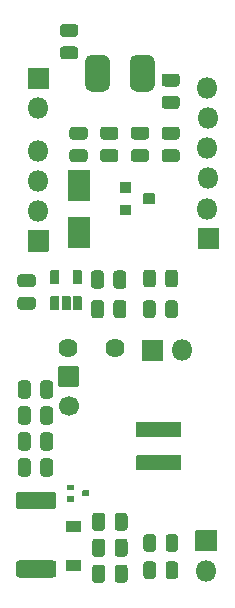
<source format=gbr>
%TF.GenerationSoftware,KiCad,Pcbnew,(5.1.10)-1*%
%TF.CreationDate,2021-06-07T16:12:13-04:00*%
%TF.ProjectId,Thermometre_IR,54686572-6d6f-46d6-9574-72655f49522e,rev?*%
%TF.SameCoordinates,Original*%
%TF.FileFunction,Soldermask,Bot*%
%TF.FilePolarity,Negative*%
%FSLAX46Y46*%
G04 Gerber Fmt 4.6, Leading zero omitted, Abs format (unit mm)*
G04 Created by KiCad (PCBNEW (5.1.10)-1) date 2021-06-07 16:12:13*
%MOMM*%
%LPD*%
G01*
G04 APERTURE LIST*
%ADD10C,1.624000*%
%ADD11C,1.700000*%
%ADD12O,1.800000X1.800000*%
G04 APERTURE END LIST*
D10*
%TO.C,J5*%
X169082720Y-91292680D03*
X173082720Y-91292680D03*
%TD*%
%TO.C,L1*%
G36*
G01*
X178650000Y-98850000D02*
X174950000Y-98850000D01*
G75*
G02*
X174900000Y-98800000I0J50000D01*
G01*
X174900000Y-97600000D01*
G75*
G02*
X174950000Y-97550000I50000J0D01*
G01*
X178650000Y-97550000D01*
G75*
G02*
X178700000Y-97600000I0J-50000D01*
G01*
X178700000Y-98800000D01*
G75*
G02*
X178650000Y-98850000I-50000J0D01*
G01*
G37*
G36*
G01*
X178650000Y-101650000D02*
X174950000Y-101650000D01*
G75*
G02*
X174900000Y-101600000I0J50000D01*
G01*
X174900000Y-100400000D01*
G75*
G02*
X174950000Y-100350000I50000J0D01*
G01*
X178650000Y-100350000D01*
G75*
G02*
X178700000Y-100400000I0J-50000D01*
G01*
X178700000Y-101600000D01*
G75*
G02*
X178650000Y-101650000I-50000J0D01*
G01*
G37*
%TD*%
%TO.C,D6*%
G36*
G01*
X170927600Y-78834000D02*
X169127600Y-78834000D01*
G75*
G02*
X169077600Y-78784000I0J50000D01*
G01*
X169077600Y-76284000D01*
G75*
G02*
X169127600Y-76234000I50000J0D01*
G01*
X170927600Y-76234000D01*
G75*
G02*
X170977600Y-76284000I0J-50000D01*
G01*
X170977600Y-78784000D01*
G75*
G02*
X170927600Y-78834000I-50000J0D01*
G01*
G37*
G36*
G01*
X170927600Y-82834000D02*
X169127600Y-82834000D01*
G75*
G02*
X169077600Y-82784000I0J50000D01*
G01*
X169077600Y-80284000D01*
G75*
G02*
X169127600Y-80234000I50000J0D01*
G01*
X170927600Y-80234000D01*
G75*
G02*
X170977600Y-80284000I0J-50000D01*
G01*
X170977600Y-82784000D01*
G75*
G02*
X170927600Y-82834000I-50000J0D01*
G01*
G37*
%TD*%
D11*
%TO.C,C10*%
X169150000Y-96200000D03*
G36*
G01*
X168350000Y-92850000D02*
X169950000Y-92850000D01*
G75*
G02*
X170000000Y-92900000I0J-50000D01*
G01*
X170000000Y-94500000D01*
G75*
G02*
X169950000Y-94550000I-50000J0D01*
G01*
X168350000Y-94550000D01*
G75*
G02*
X168300000Y-94500000I0J50000D01*
G01*
X168300000Y-92900000D01*
G75*
G02*
X168350000Y-92850000I50000J0D01*
G01*
G37*
%TD*%
%TO.C,J1*%
G36*
G01*
X174350000Y-69053000D02*
X174350000Y-67003000D01*
G75*
G02*
X174875000Y-66478000I525000J0D01*
G01*
X175925000Y-66478000D01*
G75*
G02*
X176450000Y-67003000I0J-525000D01*
G01*
X176450000Y-69053000D01*
G75*
G02*
X175925000Y-69578000I-525000J0D01*
G01*
X174875000Y-69578000D01*
G75*
G02*
X174350000Y-69053000I0J525000D01*
G01*
G37*
G36*
G01*
X170550000Y-69053000D02*
X170550000Y-67003000D01*
G75*
G02*
X171075000Y-66478000I525000J0D01*
G01*
X172125000Y-66478000D01*
G75*
G02*
X172650000Y-67003000I0J-525000D01*
G01*
X172650000Y-69053000D01*
G75*
G02*
X172125000Y-69578000I-525000J0D01*
G01*
X171075000Y-69578000D01*
G75*
G02*
X170550000Y-69053000I0J525000D01*
G01*
G37*
%TD*%
%TO.C,R15*%
G36*
G01*
X168700000Y-65750000D02*
X169700000Y-65750000D01*
G75*
G02*
X169975000Y-66025000I0J-275000D01*
G01*
X169975000Y-66575000D01*
G75*
G02*
X169700000Y-66850000I-275000J0D01*
G01*
X168700000Y-66850000D01*
G75*
G02*
X168425000Y-66575000I0J275000D01*
G01*
X168425000Y-66025000D01*
G75*
G02*
X168700000Y-65750000I275000J0D01*
G01*
G37*
G36*
G01*
X168700000Y-63850000D02*
X169700000Y-63850000D01*
G75*
G02*
X169975000Y-64125000I0J-275000D01*
G01*
X169975000Y-64675000D01*
G75*
G02*
X169700000Y-64950000I-275000J0D01*
G01*
X168700000Y-64950000D01*
G75*
G02*
X168425000Y-64675000I0J275000D01*
G01*
X168425000Y-64125000D01*
G75*
G02*
X168700000Y-63850000I275000J0D01*
G01*
G37*
%TD*%
%TO.C,F1*%
G36*
G01*
X167856483Y-104925000D02*
X164943517Y-104925000D01*
G75*
G02*
X164675000Y-104656483I0J268517D01*
G01*
X164675000Y-103743517D01*
G75*
G02*
X164943517Y-103475000I268517J0D01*
G01*
X167856483Y-103475000D01*
G75*
G02*
X168125000Y-103743517I0J-268517D01*
G01*
X168125000Y-104656483D01*
G75*
G02*
X167856483Y-104925000I-268517J0D01*
G01*
G37*
G36*
G01*
X167856483Y-110725000D02*
X164943517Y-110725000D01*
G75*
G02*
X164675000Y-110456483I0J268517D01*
G01*
X164675000Y-109543517D01*
G75*
G02*
X164943517Y-109275000I268517J0D01*
G01*
X167856483Y-109275000D01*
G75*
G02*
X168125000Y-109543517I0J-268517D01*
G01*
X168125000Y-110456483D01*
G75*
G02*
X167856483Y-110725000I-268517J0D01*
G01*
G37*
%TD*%
D12*
%TO.C,J4*%
X180900000Y-69300000D03*
X181000000Y-71840000D03*
X180900000Y-74380000D03*
X181000000Y-76920000D03*
X180900000Y-79500000D03*
G36*
G01*
X181900000Y-81150000D02*
X181900000Y-82850000D01*
G75*
G02*
X181850000Y-82900000I-50000J0D01*
G01*
X180150000Y-82900000D01*
G75*
G02*
X180100000Y-82850000I0J50000D01*
G01*
X180100000Y-81150000D01*
G75*
G02*
X180150000Y-81100000I50000J0D01*
G01*
X181850000Y-81100000D01*
G75*
G02*
X181900000Y-81150000I0J-50000D01*
G01*
G37*
%TD*%
%TO.C,D4*%
G36*
G01*
X169000000Y-109200000D02*
X170200000Y-109200000D01*
G75*
G02*
X170250000Y-109250000I0J-50000D01*
G01*
X170250000Y-110150000D01*
G75*
G02*
X170200000Y-110200000I-50000J0D01*
G01*
X169000000Y-110200000D01*
G75*
G02*
X168950000Y-110150000I0J50000D01*
G01*
X168950000Y-109250000D01*
G75*
G02*
X169000000Y-109200000I50000J0D01*
G01*
G37*
G36*
G01*
X169000000Y-105900000D02*
X170200000Y-105900000D01*
G75*
G02*
X170250000Y-105950000I0J-50000D01*
G01*
X170250000Y-106850000D01*
G75*
G02*
X170200000Y-106900000I-50000J0D01*
G01*
X169000000Y-106900000D01*
G75*
G02*
X168950000Y-106850000I0J50000D01*
G01*
X168950000Y-105950000D01*
G75*
G02*
X169000000Y-105900000I50000J0D01*
G01*
G37*
%TD*%
%TO.C,J7*%
X166600000Y-71000000D03*
G36*
G01*
X165700000Y-69310000D02*
X165700000Y-67610000D01*
G75*
G02*
X165750000Y-67560000I50000J0D01*
G01*
X167450000Y-67560000D01*
G75*
G02*
X167500000Y-67610000I0J-50000D01*
G01*
X167500000Y-69310000D01*
G75*
G02*
X167450000Y-69360000I-50000J0D01*
G01*
X165750000Y-69360000D01*
G75*
G02*
X165700000Y-69310000I0J50000D01*
G01*
G37*
%TD*%
%TO.C,U3*%
G36*
G01*
X170225000Y-85880000D02*
X169575000Y-85880000D01*
G75*
G02*
X169525000Y-85830000I0J50000D01*
G01*
X169525000Y-84770000D01*
G75*
G02*
X169575000Y-84720000I50000J0D01*
G01*
X170225000Y-84720000D01*
G75*
G02*
X170275000Y-84770000I0J-50000D01*
G01*
X170275000Y-85830000D01*
G75*
G02*
X170225000Y-85880000I-50000J0D01*
G01*
G37*
G36*
G01*
X168325000Y-85880000D02*
X167675000Y-85880000D01*
G75*
G02*
X167625000Y-85830000I0J50000D01*
G01*
X167625000Y-84770000D01*
G75*
G02*
X167675000Y-84720000I50000J0D01*
G01*
X168325000Y-84720000D01*
G75*
G02*
X168375000Y-84770000I0J-50000D01*
G01*
X168375000Y-85830000D01*
G75*
G02*
X168325000Y-85880000I-50000J0D01*
G01*
G37*
G36*
G01*
X168325000Y-88080000D02*
X167675000Y-88080000D01*
G75*
G02*
X167625000Y-88030000I0J50000D01*
G01*
X167625000Y-86970000D01*
G75*
G02*
X167675000Y-86920000I50000J0D01*
G01*
X168325000Y-86920000D01*
G75*
G02*
X168375000Y-86970000I0J-50000D01*
G01*
X168375000Y-88030000D01*
G75*
G02*
X168325000Y-88080000I-50000J0D01*
G01*
G37*
G36*
G01*
X169275000Y-88080000D02*
X168625000Y-88080000D01*
G75*
G02*
X168575000Y-88030000I0J50000D01*
G01*
X168575000Y-86970000D01*
G75*
G02*
X168625000Y-86920000I50000J0D01*
G01*
X169275000Y-86920000D01*
G75*
G02*
X169325000Y-86970000I0J-50000D01*
G01*
X169325000Y-88030000D01*
G75*
G02*
X169275000Y-88080000I-50000J0D01*
G01*
G37*
G36*
G01*
X170225000Y-88080000D02*
X169575000Y-88080000D01*
G75*
G02*
X169525000Y-88030000I0J50000D01*
G01*
X169525000Y-86970000D01*
G75*
G02*
X169575000Y-86920000I50000J0D01*
G01*
X170225000Y-86920000D01*
G75*
G02*
X170275000Y-86970000I0J-50000D01*
G01*
X170275000Y-88030000D01*
G75*
G02*
X170225000Y-88080000I-50000J0D01*
G01*
G37*
%TD*%
%TO.C,R12*%
G36*
G01*
X169500000Y-74450000D02*
X170500000Y-74450000D01*
G75*
G02*
X170775000Y-74725000I0J-275000D01*
G01*
X170775000Y-75275000D01*
G75*
G02*
X170500000Y-75550000I-275000J0D01*
G01*
X169500000Y-75550000D01*
G75*
G02*
X169225000Y-75275000I0J275000D01*
G01*
X169225000Y-74725000D01*
G75*
G02*
X169500000Y-74450000I275000J0D01*
G01*
G37*
G36*
G01*
X169500000Y-72550000D02*
X170500000Y-72550000D01*
G75*
G02*
X170775000Y-72825000I0J-275000D01*
G01*
X170775000Y-73375000D01*
G75*
G02*
X170500000Y-73650000I-275000J0D01*
G01*
X169500000Y-73650000D01*
G75*
G02*
X169225000Y-73375000I0J275000D01*
G01*
X169225000Y-72825000D01*
G75*
G02*
X169500000Y-72550000I275000J0D01*
G01*
G37*
%TD*%
%TO.C,R11*%
G36*
G01*
X172250000Y-107700000D02*
X172250000Y-108700000D01*
G75*
G02*
X171975000Y-108975000I-275000J0D01*
G01*
X171425000Y-108975000D01*
G75*
G02*
X171150000Y-108700000I0J275000D01*
G01*
X171150000Y-107700000D01*
G75*
G02*
X171425000Y-107425000I275000J0D01*
G01*
X171975000Y-107425000D01*
G75*
G02*
X172250000Y-107700000I0J-275000D01*
G01*
G37*
G36*
G01*
X174150000Y-107700000D02*
X174150000Y-108700000D01*
G75*
G02*
X173875000Y-108975000I-275000J0D01*
G01*
X173325000Y-108975000D01*
G75*
G02*
X173050000Y-108700000I0J275000D01*
G01*
X173050000Y-107700000D01*
G75*
G02*
X173325000Y-107425000I275000J0D01*
G01*
X173875000Y-107425000D01*
G75*
G02*
X174150000Y-107700000I0J-275000D01*
G01*
G37*
%TD*%
%TO.C,R10*%
G36*
G01*
X173050000Y-106500000D02*
X173050000Y-105500000D01*
G75*
G02*
X173325000Y-105225000I275000J0D01*
G01*
X173875000Y-105225000D01*
G75*
G02*
X174150000Y-105500000I0J-275000D01*
G01*
X174150000Y-106500000D01*
G75*
G02*
X173875000Y-106775000I-275000J0D01*
G01*
X173325000Y-106775000D01*
G75*
G02*
X173050000Y-106500000I0J275000D01*
G01*
G37*
G36*
G01*
X171150000Y-106500000D02*
X171150000Y-105500000D01*
G75*
G02*
X171425000Y-105225000I275000J0D01*
G01*
X171975000Y-105225000D01*
G75*
G02*
X172250000Y-105500000I0J-275000D01*
G01*
X172250000Y-106500000D01*
G75*
G02*
X171975000Y-106775000I-275000J0D01*
G01*
X171425000Y-106775000D01*
G75*
G02*
X171150000Y-106500000I0J275000D01*
G01*
G37*
%TD*%
%TO.C,R9*%
G36*
G01*
X166100000Y-86150000D02*
X165100000Y-86150000D01*
G75*
G02*
X164825000Y-85875000I0J275000D01*
G01*
X164825000Y-85325000D01*
G75*
G02*
X165100000Y-85050000I275000J0D01*
G01*
X166100000Y-85050000D01*
G75*
G02*
X166375000Y-85325000I0J-275000D01*
G01*
X166375000Y-85875000D01*
G75*
G02*
X166100000Y-86150000I-275000J0D01*
G01*
G37*
G36*
G01*
X166100000Y-88050000D02*
X165100000Y-88050000D01*
G75*
G02*
X164825000Y-87775000I0J275000D01*
G01*
X164825000Y-87225000D01*
G75*
G02*
X165100000Y-86950000I275000J0D01*
G01*
X166100000Y-86950000D01*
G75*
G02*
X166375000Y-87225000I0J-275000D01*
G01*
X166375000Y-87775000D01*
G75*
G02*
X166100000Y-88050000I-275000J0D01*
G01*
G37*
%TD*%
%TO.C,R8*%
G36*
G01*
X172150000Y-87500000D02*
X172150000Y-88500000D01*
G75*
G02*
X171875000Y-88775000I-275000J0D01*
G01*
X171325000Y-88775000D01*
G75*
G02*
X171050000Y-88500000I0J275000D01*
G01*
X171050000Y-87500000D01*
G75*
G02*
X171325000Y-87225000I275000J0D01*
G01*
X171875000Y-87225000D01*
G75*
G02*
X172150000Y-87500000I0J-275000D01*
G01*
G37*
G36*
G01*
X174050000Y-87500000D02*
X174050000Y-88500000D01*
G75*
G02*
X173775000Y-88775000I-275000J0D01*
G01*
X173225000Y-88775000D01*
G75*
G02*
X172950000Y-88500000I0J275000D01*
G01*
X172950000Y-87500000D01*
G75*
G02*
X173225000Y-87225000I275000J0D01*
G01*
X173775000Y-87225000D01*
G75*
G02*
X174050000Y-87500000I0J-275000D01*
G01*
G37*
%TD*%
%TO.C,R5*%
G36*
G01*
X172950000Y-86000000D02*
X172950000Y-85000000D01*
G75*
G02*
X173225000Y-84725000I275000J0D01*
G01*
X173775000Y-84725000D01*
G75*
G02*
X174050000Y-85000000I0J-275000D01*
G01*
X174050000Y-86000000D01*
G75*
G02*
X173775000Y-86275000I-275000J0D01*
G01*
X173225000Y-86275000D01*
G75*
G02*
X172950000Y-86000000I0J275000D01*
G01*
G37*
G36*
G01*
X171050000Y-86000000D02*
X171050000Y-85000000D01*
G75*
G02*
X171325000Y-84725000I275000J0D01*
G01*
X171875000Y-84725000D01*
G75*
G02*
X172150000Y-85000000I0J-275000D01*
G01*
X172150000Y-86000000D01*
G75*
G02*
X171875000Y-86275000I-275000J0D01*
G01*
X171325000Y-86275000D01*
G75*
G02*
X171050000Y-86000000I0J275000D01*
G01*
G37*
%TD*%
%TO.C,R3*%
G36*
G01*
X165950000Y-100900000D02*
X165950000Y-101900000D01*
G75*
G02*
X165675000Y-102175000I-275000J0D01*
G01*
X165125000Y-102175000D01*
G75*
G02*
X164850000Y-101900000I0J275000D01*
G01*
X164850000Y-100900000D01*
G75*
G02*
X165125000Y-100625000I275000J0D01*
G01*
X165675000Y-100625000D01*
G75*
G02*
X165950000Y-100900000I0J-275000D01*
G01*
G37*
G36*
G01*
X167850000Y-100900000D02*
X167850000Y-101900000D01*
G75*
G02*
X167575000Y-102175000I-275000J0D01*
G01*
X167025000Y-102175000D01*
G75*
G02*
X166750000Y-101900000I0J275000D01*
G01*
X166750000Y-100900000D01*
G75*
G02*
X167025000Y-100625000I275000J0D01*
G01*
X167575000Y-100625000D01*
G75*
G02*
X167850000Y-100900000I0J-275000D01*
G01*
G37*
%TD*%
%TO.C,R2*%
G36*
G01*
X166750000Y-99700000D02*
X166750000Y-98700000D01*
G75*
G02*
X167025000Y-98425000I275000J0D01*
G01*
X167575000Y-98425000D01*
G75*
G02*
X167850000Y-98700000I0J-275000D01*
G01*
X167850000Y-99700000D01*
G75*
G02*
X167575000Y-99975000I-275000J0D01*
G01*
X167025000Y-99975000D01*
G75*
G02*
X166750000Y-99700000I0J275000D01*
G01*
G37*
G36*
G01*
X164850000Y-99700000D02*
X164850000Y-98700000D01*
G75*
G02*
X165125000Y-98425000I275000J0D01*
G01*
X165675000Y-98425000D01*
G75*
G02*
X165950000Y-98700000I0J-275000D01*
G01*
X165950000Y-99700000D01*
G75*
G02*
X165675000Y-99975000I-275000J0D01*
G01*
X165125000Y-99975000D01*
G75*
G02*
X164850000Y-99700000I0J275000D01*
G01*
G37*
%TD*%
%TO.C,Q2*%
G36*
G01*
X175471200Y-79050000D02*
X175471200Y-78250000D01*
G75*
G02*
X175521200Y-78200000I50000J0D01*
G01*
X176421200Y-78200000D01*
G75*
G02*
X176471200Y-78250000I0J-50000D01*
G01*
X176471200Y-79050000D01*
G75*
G02*
X176421200Y-79100000I-50000J0D01*
G01*
X175521200Y-79100000D01*
G75*
G02*
X175471200Y-79050000I0J50000D01*
G01*
G37*
G36*
G01*
X173471200Y-78100000D02*
X173471200Y-77300000D01*
G75*
G02*
X173521200Y-77250000I50000J0D01*
G01*
X174421200Y-77250000D01*
G75*
G02*
X174471200Y-77300000I0J-50000D01*
G01*
X174471200Y-78100000D01*
G75*
G02*
X174421200Y-78150000I-50000J0D01*
G01*
X173521200Y-78150000D01*
G75*
G02*
X173471200Y-78100000I0J50000D01*
G01*
G37*
G36*
G01*
X173471200Y-80000000D02*
X173471200Y-79200000D01*
G75*
G02*
X173521200Y-79150000I50000J0D01*
G01*
X174421200Y-79150000D01*
G75*
G02*
X174471200Y-79200000I0J-50000D01*
G01*
X174471200Y-80000000D01*
G75*
G02*
X174421200Y-80050000I-50000J0D01*
G01*
X173521200Y-80050000D01*
G75*
G02*
X173471200Y-80000000I0J50000D01*
G01*
G37*
%TD*%
%TO.C,Q1*%
G36*
G01*
X169615000Y-102900000D02*
X169615000Y-103300000D01*
G75*
G02*
X169565000Y-103350000I-50000J0D01*
G01*
X169055000Y-103350000D01*
G75*
G02*
X169005000Y-103300000I0J50000D01*
G01*
X169005000Y-102900000D01*
G75*
G02*
X169055000Y-102850000I50000J0D01*
G01*
X169565000Y-102850000D01*
G75*
G02*
X169615000Y-102900000I0J-50000D01*
G01*
G37*
G36*
G01*
X170905000Y-103400000D02*
X170905000Y-103800000D01*
G75*
G02*
X170855000Y-103850000I-50000J0D01*
G01*
X170345000Y-103850000D01*
G75*
G02*
X170295000Y-103800000I0J50000D01*
G01*
X170295000Y-103400000D01*
G75*
G02*
X170345000Y-103350000I50000J0D01*
G01*
X170855000Y-103350000D01*
G75*
G02*
X170905000Y-103400000I0J-50000D01*
G01*
G37*
G36*
G01*
X169615000Y-103900000D02*
X169615000Y-104300000D01*
G75*
G02*
X169565000Y-104350000I-50000J0D01*
G01*
X169055000Y-104350000D01*
G75*
G02*
X169005000Y-104300000I0J50000D01*
G01*
X169005000Y-103900000D01*
G75*
G02*
X169055000Y-103850000I50000J0D01*
G01*
X169565000Y-103850000D01*
G75*
G02*
X169615000Y-103900000I0J-50000D01*
G01*
G37*
%TD*%
%TO.C,J6*%
X180800000Y-110140000D03*
G36*
G01*
X179900000Y-108450000D02*
X179900000Y-106750000D01*
G75*
G02*
X179950000Y-106700000I50000J0D01*
G01*
X181650000Y-106700000D01*
G75*
G02*
X181700000Y-106750000I0J-50000D01*
G01*
X181700000Y-108450000D01*
G75*
G02*
X181650000Y-108500000I-50000J0D01*
G01*
X179950000Y-108500000D01*
G75*
G02*
X179900000Y-108450000I0J50000D01*
G01*
G37*
%TD*%
%TO.C,J3*%
X178790000Y-91500000D03*
G36*
G01*
X177100000Y-92400000D02*
X175400000Y-92400000D01*
G75*
G02*
X175350000Y-92350000I0J50000D01*
G01*
X175350000Y-90650000D01*
G75*
G02*
X175400000Y-90600000I50000J0D01*
G01*
X177100000Y-90600000D01*
G75*
G02*
X177150000Y-90650000I0J-50000D01*
G01*
X177150000Y-92350000D01*
G75*
G02*
X177100000Y-92400000I-50000J0D01*
G01*
G37*
%TD*%
%TO.C,J2*%
X166600000Y-74600000D03*
X166600000Y-77140000D03*
X166600000Y-79680000D03*
G36*
G01*
X167500000Y-81370000D02*
X167500000Y-83070000D01*
G75*
G02*
X167450000Y-83120000I-50000J0D01*
G01*
X165750000Y-83120000D01*
G75*
G02*
X165700000Y-83070000I0J50000D01*
G01*
X165700000Y-81370000D01*
G75*
G02*
X165750000Y-81320000I50000J0D01*
G01*
X167450000Y-81320000D01*
G75*
G02*
X167500000Y-81370000I0J-50000D01*
G01*
G37*
%TD*%
%TO.C,D5*%
G36*
G01*
X176562500Y-109618750D02*
X176562500Y-110581250D01*
G75*
G02*
X176293750Y-110850000I-268750J0D01*
G01*
X175756250Y-110850000D01*
G75*
G02*
X175487500Y-110581250I0J268750D01*
G01*
X175487500Y-109618750D01*
G75*
G02*
X175756250Y-109350000I268750J0D01*
G01*
X176293750Y-109350000D01*
G75*
G02*
X176562500Y-109618750I0J-268750D01*
G01*
G37*
G36*
G01*
X178437500Y-109618750D02*
X178437500Y-110581250D01*
G75*
G02*
X178168750Y-110850000I-268750J0D01*
G01*
X177631250Y-110850000D01*
G75*
G02*
X177362500Y-110581250I0J268750D01*
G01*
X177362500Y-109618750D01*
G75*
G02*
X177631250Y-109350000I268750J0D01*
G01*
X178168750Y-109350000D01*
G75*
G02*
X178437500Y-109618750I0J-268750D01*
G01*
G37*
%TD*%
%TO.C,D3*%
G36*
G01*
X176562500Y-107318750D02*
X176562500Y-108281250D01*
G75*
G02*
X176293750Y-108550000I-268750J0D01*
G01*
X175756250Y-108550000D01*
G75*
G02*
X175487500Y-108281250I0J268750D01*
G01*
X175487500Y-107318750D01*
G75*
G02*
X175756250Y-107050000I268750J0D01*
G01*
X176293750Y-107050000D01*
G75*
G02*
X176562500Y-107318750I0J-268750D01*
G01*
G37*
G36*
G01*
X178437500Y-107318750D02*
X178437500Y-108281250D01*
G75*
G02*
X178168750Y-108550000I-268750J0D01*
G01*
X177631250Y-108550000D01*
G75*
G02*
X177362500Y-108281250I0J268750D01*
G01*
X177362500Y-107318750D01*
G75*
G02*
X177631250Y-107050000I268750J0D01*
G01*
X178168750Y-107050000D01*
G75*
G02*
X178437500Y-107318750I0J-268750D01*
G01*
G37*
%TD*%
%TO.C,D2*%
G36*
G01*
X176537500Y-87518750D02*
X176537500Y-88481250D01*
G75*
G02*
X176268750Y-88750000I-268750J0D01*
G01*
X175731250Y-88750000D01*
G75*
G02*
X175462500Y-88481250I0J268750D01*
G01*
X175462500Y-87518750D01*
G75*
G02*
X175731250Y-87250000I268750J0D01*
G01*
X176268750Y-87250000D01*
G75*
G02*
X176537500Y-87518750I0J-268750D01*
G01*
G37*
G36*
G01*
X178412500Y-87518750D02*
X178412500Y-88481250D01*
G75*
G02*
X178143750Y-88750000I-268750J0D01*
G01*
X177606250Y-88750000D01*
G75*
G02*
X177337500Y-88481250I0J268750D01*
G01*
X177337500Y-87518750D01*
G75*
G02*
X177606250Y-87250000I268750J0D01*
G01*
X178143750Y-87250000D01*
G75*
G02*
X178412500Y-87518750I0J-268750D01*
G01*
G37*
%TD*%
%TO.C,D1*%
G36*
G01*
X176537500Y-84918750D02*
X176537500Y-85881250D01*
G75*
G02*
X176268750Y-86150000I-268750J0D01*
G01*
X175731250Y-86150000D01*
G75*
G02*
X175462500Y-85881250I0J268750D01*
G01*
X175462500Y-84918750D01*
G75*
G02*
X175731250Y-84650000I268750J0D01*
G01*
X176268750Y-84650000D01*
G75*
G02*
X176537500Y-84918750I0J-268750D01*
G01*
G37*
G36*
G01*
X178412500Y-84918750D02*
X178412500Y-85881250D01*
G75*
G02*
X178143750Y-86150000I-268750J0D01*
G01*
X177606250Y-86150000D01*
G75*
G02*
X177337500Y-85881250I0J268750D01*
G01*
X177337500Y-84918750D01*
G75*
G02*
X177606250Y-84650000I268750J0D01*
G01*
X178143750Y-84650000D01*
G75*
G02*
X178412500Y-84918750I0J-268750D01*
G01*
G37*
%TD*%
%TO.C,C12*%
G36*
G01*
X177300000Y-69950000D02*
X178300000Y-69950000D01*
G75*
G02*
X178575000Y-70225000I0J-275000D01*
G01*
X178575000Y-70775000D01*
G75*
G02*
X178300000Y-71050000I-275000J0D01*
G01*
X177300000Y-71050000D01*
G75*
G02*
X177025000Y-70775000I0J275000D01*
G01*
X177025000Y-70225000D01*
G75*
G02*
X177300000Y-69950000I275000J0D01*
G01*
G37*
G36*
G01*
X177300000Y-68050000D02*
X178300000Y-68050000D01*
G75*
G02*
X178575000Y-68325000I0J-275000D01*
G01*
X178575000Y-68875000D01*
G75*
G02*
X178300000Y-69150000I-275000J0D01*
G01*
X177300000Y-69150000D01*
G75*
G02*
X177025000Y-68875000I0J275000D01*
G01*
X177025000Y-68325000D01*
G75*
G02*
X177300000Y-68050000I275000J0D01*
G01*
G37*
%TD*%
%TO.C,C8*%
G36*
G01*
X172250000Y-109900000D02*
X172250000Y-110900000D01*
G75*
G02*
X171975000Y-111175000I-275000J0D01*
G01*
X171425000Y-111175000D01*
G75*
G02*
X171150000Y-110900000I0J275000D01*
G01*
X171150000Y-109900000D01*
G75*
G02*
X171425000Y-109625000I275000J0D01*
G01*
X171975000Y-109625000D01*
G75*
G02*
X172250000Y-109900000I0J-275000D01*
G01*
G37*
G36*
G01*
X174150000Y-109900000D02*
X174150000Y-110900000D01*
G75*
G02*
X173875000Y-111175000I-275000J0D01*
G01*
X173325000Y-111175000D01*
G75*
G02*
X173050000Y-110900000I0J275000D01*
G01*
X173050000Y-109900000D01*
G75*
G02*
X173325000Y-109625000I275000J0D01*
G01*
X173875000Y-109625000D01*
G75*
G02*
X174150000Y-109900000I0J-275000D01*
G01*
G37*
%TD*%
%TO.C,C7*%
G36*
G01*
X165950000Y-94300000D02*
X165950000Y-95300000D01*
G75*
G02*
X165675000Y-95575000I-275000J0D01*
G01*
X165125000Y-95575000D01*
G75*
G02*
X164850000Y-95300000I0J275000D01*
G01*
X164850000Y-94300000D01*
G75*
G02*
X165125000Y-94025000I275000J0D01*
G01*
X165675000Y-94025000D01*
G75*
G02*
X165950000Y-94300000I0J-275000D01*
G01*
G37*
G36*
G01*
X167850000Y-94300000D02*
X167850000Y-95300000D01*
G75*
G02*
X167575000Y-95575000I-275000J0D01*
G01*
X167025000Y-95575000D01*
G75*
G02*
X166750000Y-95300000I0J275000D01*
G01*
X166750000Y-94300000D01*
G75*
G02*
X167025000Y-94025000I275000J0D01*
G01*
X167575000Y-94025000D01*
G75*
G02*
X167850000Y-94300000I0J-275000D01*
G01*
G37*
%TD*%
%TO.C,C6*%
G36*
G01*
X165950000Y-96500000D02*
X165950000Y-97500000D01*
G75*
G02*
X165675000Y-97775000I-275000J0D01*
G01*
X165125000Y-97775000D01*
G75*
G02*
X164850000Y-97500000I0J275000D01*
G01*
X164850000Y-96500000D01*
G75*
G02*
X165125000Y-96225000I275000J0D01*
G01*
X165675000Y-96225000D01*
G75*
G02*
X165950000Y-96500000I0J-275000D01*
G01*
G37*
G36*
G01*
X167850000Y-96500000D02*
X167850000Y-97500000D01*
G75*
G02*
X167575000Y-97775000I-275000J0D01*
G01*
X167025000Y-97775000D01*
G75*
G02*
X166750000Y-97500000I0J275000D01*
G01*
X166750000Y-96500000D01*
G75*
G02*
X167025000Y-96225000I275000J0D01*
G01*
X167575000Y-96225000D01*
G75*
G02*
X167850000Y-96500000I0J-275000D01*
G01*
G37*
%TD*%
%TO.C,C5*%
G36*
G01*
X178300000Y-73650000D02*
X177300000Y-73650000D01*
G75*
G02*
X177025000Y-73375000I0J275000D01*
G01*
X177025000Y-72825000D01*
G75*
G02*
X177300000Y-72550000I275000J0D01*
G01*
X178300000Y-72550000D01*
G75*
G02*
X178575000Y-72825000I0J-275000D01*
G01*
X178575000Y-73375000D01*
G75*
G02*
X178300000Y-73650000I-275000J0D01*
G01*
G37*
G36*
G01*
X178300000Y-75550000D02*
X177300000Y-75550000D01*
G75*
G02*
X177025000Y-75275000I0J275000D01*
G01*
X177025000Y-74725000D01*
G75*
G02*
X177300000Y-74450000I275000J0D01*
G01*
X178300000Y-74450000D01*
G75*
G02*
X178575000Y-74725000I0J-275000D01*
G01*
X178575000Y-75275000D01*
G75*
G02*
X178300000Y-75550000I-275000J0D01*
G01*
G37*
%TD*%
%TO.C,C4*%
G36*
G01*
X175700000Y-73650000D02*
X174700000Y-73650000D01*
G75*
G02*
X174425000Y-73375000I0J275000D01*
G01*
X174425000Y-72825000D01*
G75*
G02*
X174700000Y-72550000I275000J0D01*
G01*
X175700000Y-72550000D01*
G75*
G02*
X175975000Y-72825000I0J-275000D01*
G01*
X175975000Y-73375000D01*
G75*
G02*
X175700000Y-73650000I-275000J0D01*
G01*
G37*
G36*
G01*
X175700000Y-75550000D02*
X174700000Y-75550000D01*
G75*
G02*
X174425000Y-75275000I0J275000D01*
G01*
X174425000Y-74725000D01*
G75*
G02*
X174700000Y-74450000I275000J0D01*
G01*
X175700000Y-74450000D01*
G75*
G02*
X175975000Y-74725000I0J-275000D01*
G01*
X175975000Y-75275000D01*
G75*
G02*
X175700000Y-75550000I-275000J0D01*
G01*
G37*
%TD*%
%TO.C,C3*%
G36*
G01*
X173100000Y-73650000D02*
X172100000Y-73650000D01*
G75*
G02*
X171825000Y-73375000I0J275000D01*
G01*
X171825000Y-72825000D01*
G75*
G02*
X172100000Y-72550000I275000J0D01*
G01*
X173100000Y-72550000D01*
G75*
G02*
X173375000Y-72825000I0J-275000D01*
G01*
X173375000Y-73375000D01*
G75*
G02*
X173100000Y-73650000I-275000J0D01*
G01*
G37*
G36*
G01*
X173100000Y-75550000D02*
X172100000Y-75550000D01*
G75*
G02*
X171825000Y-75275000I0J275000D01*
G01*
X171825000Y-74725000D01*
G75*
G02*
X172100000Y-74450000I275000J0D01*
G01*
X173100000Y-74450000D01*
G75*
G02*
X173375000Y-74725000I0J-275000D01*
G01*
X173375000Y-75275000D01*
G75*
G02*
X173100000Y-75550000I-275000J0D01*
G01*
G37*
%TD*%
M02*

</source>
